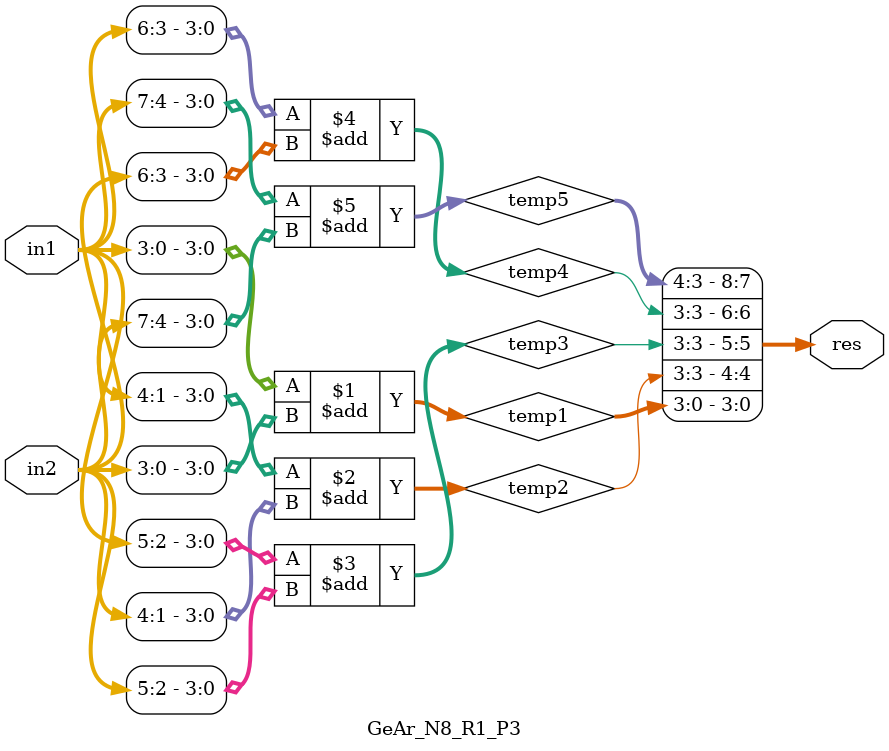
<source format=v>
`timescale 1ns / 1ps
module GeAr_N8_R1_P3(
    input [7:0] in1,
    input [7:0] in2,
    output [8:0] res
    );

wire [4:0] temp1,temp2,temp3,temp4,temp5;

assign temp1[4:0] = in1[3:0] + in2[3:0];
assign temp2[4:0] = in1[4:1] + in2[4:1];
assign temp3[4:0] = in1[5:2] + in2[5:2];
assign temp4[4:0] = in1[6:3] + in2[6:3];
assign temp5[4:0] = in1[7:4] + in2[7:4];

assign res[8:0] = {temp5[4:3],temp4[3],temp3[3],temp2[3],temp1[3:0]};

endmodule

</source>
